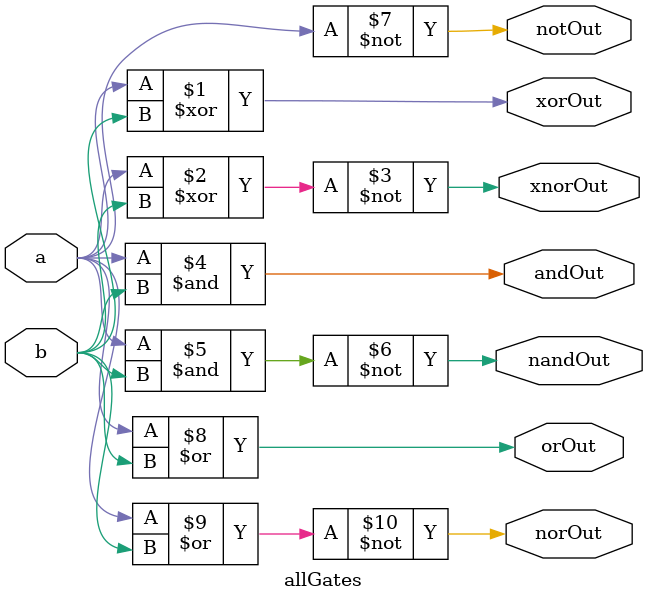
<source format=sv>

module allGates(a,b, xorOut, xnorOut, andOut, nandOut, notOut, orOut, norOut);
  input a,b;
  output xorOut, xnorOut, andOut, nandOut, notOut, orOut, norOut;
  assign xorOut = a^b;
  assign xnorOut = ~(a^b);
  assign andOut = a&b;
  assign nandOut = ~(a&b);
  assign notOut = ~a;
  assign orOut = a|b;
  assign norOut = ~(a|b);
endmodule
</source>
